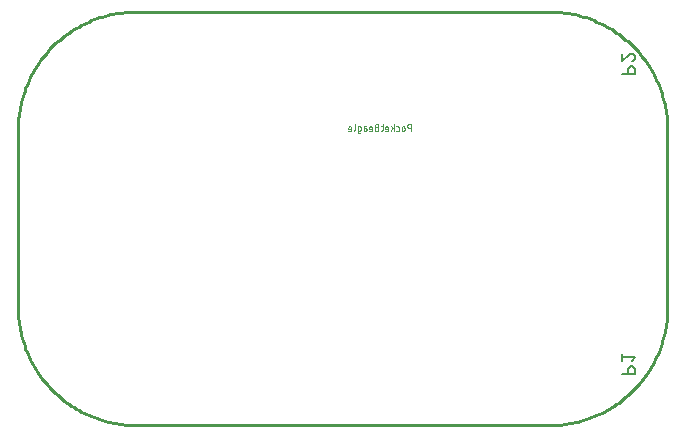
<source format=gbr>
G04 EAGLE Gerber RS-274X export*
G75*
%MOMM*%
%FSLAX34Y34*%
%LPD*%
%INSilkscreen Bottom*%
%IPPOS*%
%AMOC8*
5,1,8,0,0,1.08239X$1,22.5*%
G01*
%ADD10C,0.254000*%
%ADD11C,0.152400*%
%ADD12C,0.050800*%


D10*
X-1248830Y-2343670D02*
X-898830Y-2343670D01*
X-896414Y-2343699D01*
X-893999Y-2343787D01*
X-891587Y-2343933D01*
X-889179Y-2344137D01*
X-886776Y-2344399D01*
X-884381Y-2344719D01*
X-881994Y-2345097D01*
X-879617Y-2345533D01*
X-877252Y-2346026D01*
X-874898Y-2346576D01*
X-872559Y-2347182D01*
X-870235Y-2347845D01*
X-867928Y-2348564D01*
X-865639Y-2349339D01*
X-863370Y-2350168D01*
X-861121Y-2351053D01*
X-858894Y-2351991D01*
X-856690Y-2352983D01*
X-854511Y-2354027D01*
X-852358Y-2355124D01*
X-850232Y-2356273D01*
X-848134Y-2357473D01*
X-846066Y-2358723D01*
X-844029Y-2360023D01*
X-842024Y-2361372D01*
X-840051Y-2362768D01*
X-838114Y-2364212D01*
X-836211Y-2365703D01*
X-834346Y-2367238D01*
X-832518Y-2368819D01*
X-830728Y-2370443D01*
X-828979Y-2372110D01*
X-827270Y-2373819D01*
X-825603Y-2375568D01*
X-823979Y-2377358D01*
X-822398Y-2379186D01*
X-820863Y-2381051D01*
X-819372Y-2382954D01*
X-817928Y-2384891D01*
X-816532Y-2386864D01*
X-815183Y-2388869D01*
X-813883Y-2390906D01*
X-812633Y-2392974D01*
X-811433Y-2395072D01*
X-810284Y-2397198D01*
X-809187Y-2399351D01*
X-808143Y-2401530D01*
X-807151Y-2403734D01*
X-806213Y-2405961D01*
X-805328Y-2408210D01*
X-804499Y-2410479D01*
X-803724Y-2412768D01*
X-803005Y-2415075D01*
X-802342Y-2417399D01*
X-801736Y-2419738D01*
X-801186Y-2422092D01*
X-800693Y-2424457D01*
X-800257Y-2426834D01*
X-799879Y-2429221D01*
X-799559Y-2431616D01*
X-799297Y-2434019D01*
X-799093Y-2436427D01*
X-798947Y-2438839D01*
X-798859Y-2441254D01*
X-798830Y-2443670D01*
X-798830Y-2593670D01*
X-798859Y-2596086D01*
X-798947Y-2598501D01*
X-799093Y-2600913D01*
X-799297Y-2603321D01*
X-799559Y-2605724D01*
X-799879Y-2608119D01*
X-800257Y-2610506D01*
X-800693Y-2612883D01*
X-801186Y-2615248D01*
X-801736Y-2617602D01*
X-802342Y-2619941D01*
X-803005Y-2622265D01*
X-803724Y-2624572D01*
X-804499Y-2626861D01*
X-805328Y-2629130D01*
X-806213Y-2631379D01*
X-807151Y-2633606D01*
X-808143Y-2635810D01*
X-809187Y-2637989D01*
X-810284Y-2640142D01*
X-811433Y-2642268D01*
X-812633Y-2644366D01*
X-813883Y-2646434D01*
X-815183Y-2648471D01*
X-816532Y-2650476D01*
X-817928Y-2652449D01*
X-819372Y-2654386D01*
X-820863Y-2656289D01*
X-822398Y-2658154D01*
X-823979Y-2659982D01*
X-825603Y-2661772D01*
X-827270Y-2663521D01*
X-828979Y-2665230D01*
X-830728Y-2666897D01*
X-832518Y-2668521D01*
X-834346Y-2670102D01*
X-836211Y-2671637D01*
X-838114Y-2673128D01*
X-840051Y-2674572D01*
X-842024Y-2675968D01*
X-844029Y-2677317D01*
X-846066Y-2678617D01*
X-848134Y-2679867D01*
X-850232Y-2681067D01*
X-852358Y-2682216D01*
X-854511Y-2683313D01*
X-856690Y-2684357D01*
X-858894Y-2685349D01*
X-861121Y-2686287D01*
X-863370Y-2687172D01*
X-865639Y-2688001D01*
X-867928Y-2688776D01*
X-870235Y-2689495D01*
X-872559Y-2690158D01*
X-874898Y-2690764D01*
X-877252Y-2691314D01*
X-879617Y-2691807D01*
X-881994Y-2692243D01*
X-884381Y-2692621D01*
X-886776Y-2692941D01*
X-889179Y-2693203D01*
X-891587Y-2693407D01*
X-893999Y-2693553D01*
X-896414Y-2693641D01*
X-898830Y-2693670D01*
X-1248830Y-2693670D01*
X-1251246Y-2693641D01*
X-1253661Y-2693553D01*
X-1256073Y-2693407D01*
X-1258481Y-2693203D01*
X-1260884Y-2692941D01*
X-1263279Y-2692621D01*
X-1265666Y-2692243D01*
X-1268043Y-2691807D01*
X-1270408Y-2691314D01*
X-1272762Y-2690764D01*
X-1275101Y-2690158D01*
X-1277425Y-2689495D01*
X-1279732Y-2688776D01*
X-1282021Y-2688001D01*
X-1284290Y-2687172D01*
X-1286539Y-2686287D01*
X-1288766Y-2685349D01*
X-1290970Y-2684357D01*
X-1293149Y-2683313D01*
X-1295302Y-2682216D01*
X-1297428Y-2681067D01*
X-1299526Y-2679867D01*
X-1301594Y-2678617D01*
X-1303631Y-2677317D01*
X-1305636Y-2675968D01*
X-1307609Y-2674572D01*
X-1309546Y-2673128D01*
X-1311449Y-2671637D01*
X-1313314Y-2670102D01*
X-1315142Y-2668521D01*
X-1316932Y-2666897D01*
X-1318681Y-2665230D01*
X-1320390Y-2663521D01*
X-1322057Y-2661772D01*
X-1323681Y-2659982D01*
X-1325262Y-2658154D01*
X-1326797Y-2656289D01*
X-1328288Y-2654386D01*
X-1329732Y-2652449D01*
X-1331128Y-2650476D01*
X-1332477Y-2648471D01*
X-1333777Y-2646434D01*
X-1335027Y-2644366D01*
X-1336227Y-2642268D01*
X-1337376Y-2640142D01*
X-1338473Y-2637989D01*
X-1339517Y-2635810D01*
X-1340509Y-2633606D01*
X-1341447Y-2631379D01*
X-1342332Y-2629130D01*
X-1343161Y-2626861D01*
X-1343936Y-2624572D01*
X-1344655Y-2622265D01*
X-1345318Y-2619941D01*
X-1345924Y-2617602D01*
X-1346474Y-2615248D01*
X-1346967Y-2612883D01*
X-1347403Y-2610506D01*
X-1347781Y-2608119D01*
X-1348101Y-2605724D01*
X-1348363Y-2603321D01*
X-1348567Y-2600913D01*
X-1348713Y-2598501D01*
X-1348801Y-2596086D01*
X-1348830Y-2593670D01*
X-1348830Y-2443670D01*
X-1348801Y-2441254D01*
X-1348713Y-2438839D01*
X-1348567Y-2436427D01*
X-1348363Y-2434019D01*
X-1348101Y-2431616D01*
X-1347781Y-2429221D01*
X-1347403Y-2426834D01*
X-1346967Y-2424457D01*
X-1346474Y-2422092D01*
X-1345924Y-2419738D01*
X-1345318Y-2417399D01*
X-1344655Y-2415075D01*
X-1343936Y-2412768D01*
X-1343161Y-2410479D01*
X-1342332Y-2408210D01*
X-1341447Y-2405961D01*
X-1340509Y-2403734D01*
X-1339517Y-2401530D01*
X-1338473Y-2399351D01*
X-1337376Y-2397198D01*
X-1336227Y-2395072D01*
X-1335027Y-2392974D01*
X-1333777Y-2390906D01*
X-1332477Y-2388869D01*
X-1331128Y-2386864D01*
X-1329732Y-2384891D01*
X-1328288Y-2382954D01*
X-1326797Y-2381051D01*
X-1325262Y-2379186D01*
X-1323681Y-2377358D01*
X-1322057Y-2375568D01*
X-1320390Y-2373819D01*
X-1318681Y-2372110D01*
X-1316932Y-2370443D01*
X-1315142Y-2368819D01*
X-1313314Y-2367238D01*
X-1311449Y-2365703D01*
X-1309546Y-2364212D01*
X-1307609Y-2362768D01*
X-1305636Y-2361372D01*
X-1303631Y-2360023D01*
X-1301594Y-2358723D01*
X-1299526Y-2357473D01*
X-1297428Y-2356273D01*
X-1295302Y-2355124D01*
X-1293149Y-2354027D01*
X-1290970Y-2352983D01*
X-1288766Y-2351991D01*
X-1286539Y-2351053D01*
X-1284290Y-2350168D01*
X-1282021Y-2349339D01*
X-1279732Y-2348564D01*
X-1277425Y-2347845D01*
X-1275101Y-2347182D01*
X-1272762Y-2346576D01*
X-1270408Y-2346026D01*
X-1268043Y-2345533D01*
X-1265666Y-2345097D01*
X-1263279Y-2344719D01*
X-1260884Y-2344399D01*
X-1258481Y-2344137D01*
X-1256073Y-2343933D01*
X-1253661Y-2343787D01*
X-1251246Y-2343699D01*
X-1248830Y-2343670D01*
D11*
X-837438Y-2650123D02*
X-826262Y-2650123D01*
X-826262Y-2647019D01*
X-826264Y-2646908D01*
X-826270Y-2646798D01*
X-826280Y-2646687D01*
X-826294Y-2646577D01*
X-826311Y-2646468D01*
X-826333Y-2646359D01*
X-826358Y-2646251D01*
X-826388Y-2646145D01*
X-826421Y-2646039D01*
X-826458Y-2645934D01*
X-826498Y-2645831D01*
X-826543Y-2645730D01*
X-826590Y-2645630D01*
X-826642Y-2645531D01*
X-826697Y-2645435D01*
X-826755Y-2645341D01*
X-826816Y-2645249D01*
X-826881Y-2645159D01*
X-826949Y-2645071D01*
X-827020Y-2644986D01*
X-827094Y-2644904D01*
X-827171Y-2644824D01*
X-827251Y-2644747D01*
X-827333Y-2644673D01*
X-827418Y-2644602D01*
X-827506Y-2644534D01*
X-827596Y-2644469D01*
X-827688Y-2644408D01*
X-827782Y-2644350D01*
X-827878Y-2644295D01*
X-827977Y-2644243D01*
X-828077Y-2644196D01*
X-828178Y-2644151D01*
X-828281Y-2644111D01*
X-828386Y-2644074D01*
X-828492Y-2644041D01*
X-828598Y-2644011D01*
X-828706Y-2643986D01*
X-828815Y-2643964D01*
X-828924Y-2643947D01*
X-829034Y-2643933D01*
X-829145Y-2643923D01*
X-829255Y-2643917D01*
X-829366Y-2643915D01*
X-829477Y-2643917D01*
X-829587Y-2643923D01*
X-829698Y-2643933D01*
X-829808Y-2643947D01*
X-829917Y-2643964D01*
X-830026Y-2643986D01*
X-830134Y-2644011D01*
X-830240Y-2644041D01*
X-830346Y-2644074D01*
X-830451Y-2644111D01*
X-830554Y-2644151D01*
X-830655Y-2644196D01*
X-830755Y-2644243D01*
X-830854Y-2644295D01*
X-830950Y-2644350D01*
X-831044Y-2644408D01*
X-831136Y-2644469D01*
X-831226Y-2644534D01*
X-831314Y-2644602D01*
X-831399Y-2644673D01*
X-831481Y-2644747D01*
X-831561Y-2644824D01*
X-831638Y-2644904D01*
X-831712Y-2644986D01*
X-831783Y-2645071D01*
X-831851Y-2645159D01*
X-831916Y-2645249D01*
X-831977Y-2645341D01*
X-832035Y-2645435D01*
X-832090Y-2645531D01*
X-832142Y-2645630D01*
X-832189Y-2645730D01*
X-832234Y-2645831D01*
X-832274Y-2645934D01*
X-832311Y-2646039D01*
X-832344Y-2646145D01*
X-832374Y-2646251D01*
X-832399Y-2646359D01*
X-832421Y-2646468D01*
X-832438Y-2646577D01*
X-832452Y-2646687D01*
X-832462Y-2646798D01*
X-832468Y-2646908D01*
X-832470Y-2647019D01*
X-832471Y-2647019D02*
X-832471Y-2650123D01*
X-828746Y-2639286D02*
X-826262Y-2636181D01*
X-837438Y-2636181D01*
X-837438Y-2633077D02*
X-837438Y-2639286D01*
X-837438Y-2396123D02*
X-826262Y-2396123D01*
X-826262Y-2393019D01*
X-826264Y-2392908D01*
X-826270Y-2392798D01*
X-826280Y-2392687D01*
X-826294Y-2392577D01*
X-826311Y-2392468D01*
X-826333Y-2392359D01*
X-826358Y-2392251D01*
X-826388Y-2392145D01*
X-826421Y-2392039D01*
X-826458Y-2391934D01*
X-826498Y-2391831D01*
X-826543Y-2391730D01*
X-826590Y-2391630D01*
X-826642Y-2391531D01*
X-826697Y-2391435D01*
X-826755Y-2391341D01*
X-826816Y-2391249D01*
X-826881Y-2391159D01*
X-826949Y-2391071D01*
X-827020Y-2390986D01*
X-827094Y-2390904D01*
X-827171Y-2390824D01*
X-827251Y-2390747D01*
X-827333Y-2390673D01*
X-827418Y-2390602D01*
X-827506Y-2390534D01*
X-827596Y-2390469D01*
X-827688Y-2390408D01*
X-827782Y-2390350D01*
X-827878Y-2390295D01*
X-827977Y-2390243D01*
X-828077Y-2390196D01*
X-828178Y-2390151D01*
X-828281Y-2390111D01*
X-828386Y-2390074D01*
X-828492Y-2390041D01*
X-828598Y-2390011D01*
X-828706Y-2389986D01*
X-828815Y-2389964D01*
X-828924Y-2389947D01*
X-829034Y-2389933D01*
X-829145Y-2389923D01*
X-829255Y-2389917D01*
X-829366Y-2389915D01*
X-829477Y-2389917D01*
X-829587Y-2389923D01*
X-829698Y-2389933D01*
X-829808Y-2389947D01*
X-829917Y-2389964D01*
X-830026Y-2389986D01*
X-830134Y-2390011D01*
X-830240Y-2390041D01*
X-830346Y-2390074D01*
X-830451Y-2390111D01*
X-830554Y-2390151D01*
X-830655Y-2390196D01*
X-830755Y-2390243D01*
X-830854Y-2390295D01*
X-830950Y-2390350D01*
X-831044Y-2390408D01*
X-831136Y-2390469D01*
X-831226Y-2390534D01*
X-831314Y-2390602D01*
X-831399Y-2390673D01*
X-831481Y-2390747D01*
X-831561Y-2390824D01*
X-831638Y-2390904D01*
X-831712Y-2390986D01*
X-831783Y-2391071D01*
X-831851Y-2391159D01*
X-831916Y-2391249D01*
X-831977Y-2391341D01*
X-832035Y-2391435D01*
X-832090Y-2391531D01*
X-832142Y-2391630D01*
X-832189Y-2391730D01*
X-832234Y-2391831D01*
X-832274Y-2391934D01*
X-832311Y-2392039D01*
X-832344Y-2392145D01*
X-832374Y-2392251D01*
X-832399Y-2392359D01*
X-832421Y-2392468D01*
X-832438Y-2392577D01*
X-832452Y-2392687D01*
X-832462Y-2392798D01*
X-832468Y-2392908D01*
X-832470Y-2393019D01*
X-832471Y-2393019D02*
X-832471Y-2396123D01*
X-826262Y-2381871D02*
X-826264Y-2381767D01*
X-826270Y-2381662D01*
X-826280Y-2381558D01*
X-826293Y-2381455D01*
X-826311Y-2381352D01*
X-826332Y-2381249D01*
X-826357Y-2381148D01*
X-826386Y-2381047D01*
X-826419Y-2380948D01*
X-826455Y-2380850D01*
X-826495Y-2380754D01*
X-826539Y-2380659D01*
X-826586Y-2380565D01*
X-826636Y-2380474D01*
X-826690Y-2380385D01*
X-826747Y-2380297D01*
X-826808Y-2380212D01*
X-826872Y-2380129D01*
X-826938Y-2380049D01*
X-827008Y-2379971D01*
X-827080Y-2379895D01*
X-827156Y-2379823D01*
X-827234Y-2379753D01*
X-827314Y-2379687D01*
X-827397Y-2379623D01*
X-827482Y-2379562D01*
X-827570Y-2379505D01*
X-827659Y-2379451D01*
X-827750Y-2379401D01*
X-827844Y-2379354D01*
X-827939Y-2379310D01*
X-828035Y-2379270D01*
X-828133Y-2379234D01*
X-828232Y-2379201D01*
X-828333Y-2379172D01*
X-828434Y-2379147D01*
X-828537Y-2379126D01*
X-828640Y-2379108D01*
X-828743Y-2379095D01*
X-828847Y-2379085D01*
X-828952Y-2379079D01*
X-829056Y-2379077D01*
X-826262Y-2381871D02*
X-826264Y-2381990D01*
X-826270Y-2382108D01*
X-826280Y-2382227D01*
X-826293Y-2382345D01*
X-826311Y-2382462D01*
X-826333Y-2382579D01*
X-826358Y-2382695D01*
X-826387Y-2382810D01*
X-826420Y-2382925D01*
X-826457Y-2383038D01*
X-826497Y-2383149D01*
X-826541Y-2383260D01*
X-826589Y-2383368D01*
X-826640Y-2383475D01*
X-826695Y-2383581D01*
X-826754Y-2383684D01*
X-826815Y-2383786D01*
X-826880Y-2383885D01*
X-826949Y-2383983D01*
X-827020Y-2384077D01*
X-827095Y-2384170D01*
X-827172Y-2384260D01*
X-827253Y-2384347D01*
X-827336Y-2384432D01*
X-827422Y-2384514D01*
X-827511Y-2384593D01*
X-827602Y-2384669D01*
X-827696Y-2384742D01*
X-827792Y-2384811D01*
X-827891Y-2384878D01*
X-827991Y-2384941D01*
X-828094Y-2385001D01*
X-828198Y-2385058D01*
X-828305Y-2385110D01*
X-828413Y-2385160D01*
X-828522Y-2385206D01*
X-828634Y-2385248D01*
X-828746Y-2385286D01*
X-831229Y-2380008D02*
X-831155Y-2379933D01*
X-831078Y-2379861D01*
X-830999Y-2379791D01*
X-830917Y-2379724D01*
X-830833Y-2379660D01*
X-830747Y-2379599D01*
X-830659Y-2379541D01*
X-830568Y-2379486D01*
X-830476Y-2379434D01*
X-830382Y-2379386D01*
X-830287Y-2379341D01*
X-830189Y-2379299D01*
X-830091Y-2379261D01*
X-829991Y-2379226D01*
X-829890Y-2379195D01*
X-829788Y-2379168D01*
X-829685Y-2379144D01*
X-829582Y-2379123D01*
X-829477Y-2379107D01*
X-829372Y-2379094D01*
X-829267Y-2379084D01*
X-829162Y-2379079D01*
X-829056Y-2379077D01*
X-831229Y-2380008D02*
X-837438Y-2385286D01*
X-837438Y-2379077D01*
D12*
X-1016254Y-2438908D02*
X-1016254Y-2444496D01*
X-1016254Y-2438908D02*
X-1017806Y-2438908D01*
X-1017883Y-2438910D01*
X-1017961Y-2438916D01*
X-1018037Y-2438925D01*
X-1018114Y-2438939D01*
X-1018189Y-2438956D01*
X-1018263Y-2438977D01*
X-1018337Y-2439002D01*
X-1018409Y-2439030D01*
X-1018479Y-2439062D01*
X-1018548Y-2439097D01*
X-1018615Y-2439136D01*
X-1018680Y-2439178D01*
X-1018743Y-2439223D01*
X-1018804Y-2439271D01*
X-1018862Y-2439322D01*
X-1018917Y-2439376D01*
X-1018970Y-2439433D01*
X-1019019Y-2439492D01*
X-1019066Y-2439554D01*
X-1019110Y-2439618D01*
X-1019150Y-2439684D01*
X-1019187Y-2439752D01*
X-1019221Y-2439822D01*
X-1019251Y-2439893D01*
X-1019277Y-2439966D01*
X-1019300Y-2440040D01*
X-1019319Y-2440115D01*
X-1019334Y-2440190D01*
X-1019346Y-2440267D01*
X-1019354Y-2440344D01*
X-1019358Y-2440421D01*
X-1019358Y-2440499D01*
X-1019354Y-2440576D01*
X-1019346Y-2440653D01*
X-1019334Y-2440730D01*
X-1019319Y-2440805D01*
X-1019300Y-2440880D01*
X-1019277Y-2440954D01*
X-1019251Y-2441027D01*
X-1019221Y-2441098D01*
X-1019187Y-2441168D01*
X-1019150Y-2441236D01*
X-1019110Y-2441302D01*
X-1019066Y-2441366D01*
X-1019019Y-2441428D01*
X-1018970Y-2441487D01*
X-1018917Y-2441544D01*
X-1018862Y-2441598D01*
X-1018804Y-2441649D01*
X-1018743Y-2441697D01*
X-1018680Y-2441742D01*
X-1018615Y-2441784D01*
X-1018548Y-2441823D01*
X-1018479Y-2441858D01*
X-1018409Y-2441890D01*
X-1018337Y-2441918D01*
X-1018263Y-2441943D01*
X-1018189Y-2441964D01*
X-1018114Y-2441981D01*
X-1018037Y-2441995D01*
X-1017961Y-2442004D01*
X-1017883Y-2442010D01*
X-1017806Y-2442012D01*
X-1016254Y-2442012D01*
X-1021419Y-2442012D02*
X-1021419Y-2443254D01*
X-1021419Y-2442012D02*
X-1021421Y-2441942D01*
X-1021427Y-2441873D01*
X-1021437Y-2441804D01*
X-1021450Y-2441736D01*
X-1021468Y-2441668D01*
X-1021489Y-2441602D01*
X-1021514Y-2441537D01*
X-1021542Y-2441473D01*
X-1021574Y-2441411D01*
X-1021609Y-2441351D01*
X-1021648Y-2441293D01*
X-1021690Y-2441238D01*
X-1021735Y-2441184D01*
X-1021783Y-2441134D01*
X-1021833Y-2441086D01*
X-1021887Y-2441041D01*
X-1021942Y-2440999D01*
X-1022000Y-2440960D01*
X-1022060Y-2440925D01*
X-1022122Y-2440893D01*
X-1022186Y-2440865D01*
X-1022251Y-2440840D01*
X-1022317Y-2440819D01*
X-1022385Y-2440801D01*
X-1022453Y-2440788D01*
X-1022522Y-2440778D01*
X-1022591Y-2440772D01*
X-1022661Y-2440770D01*
X-1022731Y-2440772D01*
X-1022800Y-2440778D01*
X-1022869Y-2440788D01*
X-1022937Y-2440801D01*
X-1023005Y-2440819D01*
X-1023071Y-2440840D01*
X-1023136Y-2440865D01*
X-1023200Y-2440893D01*
X-1023262Y-2440925D01*
X-1023322Y-2440960D01*
X-1023380Y-2440999D01*
X-1023435Y-2441041D01*
X-1023489Y-2441086D01*
X-1023539Y-2441134D01*
X-1023587Y-2441184D01*
X-1023632Y-2441238D01*
X-1023674Y-2441293D01*
X-1023713Y-2441351D01*
X-1023748Y-2441411D01*
X-1023780Y-2441473D01*
X-1023808Y-2441537D01*
X-1023833Y-2441602D01*
X-1023854Y-2441668D01*
X-1023872Y-2441736D01*
X-1023885Y-2441804D01*
X-1023895Y-2441873D01*
X-1023901Y-2441942D01*
X-1023903Y-2442012D01*
X-1023903Y-2443254D01*
X-1023901Y-2443324D01*
X-1023895Y-2443393D01*
X-1023885Y-2443462D01*
X-1023872Y-2443530D01*
X-1023854Y-2443598D01*
X-1023833Y-2443664D01*
X-1023808Y-2443729D01*
X-1023780Y-2443793D01*
X-1023748Y-2443855D01*
X-1023713Y-2443915D01*
X-1023674Y-2443973D01*
X-1023632Y-2444028D01*
X-1023587Y-2444082D01*
X-1023539Y-2444132D01*
X-1023489Y-2444180D01*
X-1023435Y-2444225D01*
X-1023380Y-2444267D01*
X-1023322Y-2444306D01*
X-1023262Y-2444341D01*
X-1023200Y-2444373D01*
X-1023136Y-2444401D01*
X-1023071Y-2444426D01*
X-1023005Y-2444447D01*
X-1022937Y-2444465D01*
X-1022869Y-2444478D01*
X-1022800Y-2444488D01*
X-1022731Y-2444494D01*
X-1022661Y-2444496D01*
X-1022591Y-2444494D01*
X-1022522Y-2444488D01*
X-1022453Y-2444478D01*
X-1022385Y-2444465D01*
X-1022317Y-2444447D01*
X-1022251Y-2444426D01*
X-1022186Y-2444401D01*
X-1022122Y-2444373D01*
X-1022060Y-2444341D01*
X-1022000Y-2444306D01*
X-1021942Y-2444267D01*
X-1021887Y-2444225D01*
X-1021833Y-2444180D01*
X-1021783Y-2444132D01*
X-1021735Y-2444082D01*
X-1021690Y-2444028D01*
X-1021648Y-2443973D01*
X-1021609Y-2443915D01*
X-1021574Y-2443855D01*
X-1021542Y-2443793D01*
X-1021514Y-2443729D01*
X-1021489Y-2443664D01*
X-1021468Y-2443598D01*
X-1021450Y-2443530D01*
X-1021437Y-2443462D01*
X-1021427Y-2443393D01*
X-1021421Y-2443324D01*
X-1021419Y-2443254D01*
X-1027112Y-2444496D02*
X-1028354Y-2444496D01*
X-1027112Y-2444496D02*
X-1027054Y-2444494D01*
X-1026995Y-2444489D01*
X-1026938Y-2444480D01*
X-1026880Y-2444467D01*
X-1026824Y-2444450D01*
X-1026769Y-2444431D01*
X-1026716Y-2444407D01*
X-1026663Y-2444381D01*
X-1026613Y-2444351D01*
X-1026565Y-2444318D01*
X-1026519Y-2444282D01*
X-1026475Y-2444244D01*
X-1026433Y-2444202D01*
X-1026395Y-2444158D01*
X-1026359Y-2444112D01*
X-1026326Y-2444064D01*
X-1026296Y-2444014D01*
X-1026270Y-2443961D01*
X-1026246Y-2443908D01*
X-1026227Y-2443853D01*
X-1026210Y-2443797D01*
X-1026197Y-2443739D01*
X-1026188Y-2443682D01*
X-1026183Y-2443623D01*
X-1026181Y-2443565D01*
X-1026181Y-2441702D01*
X-1026183Y-2441644D01*
X-1026188Y-2441585D01*
X-1026197Y-2441528D01*
X-1026210Y-2441470D01*
X-1026227Y-2441414D01*
X-1026246Y-2441359D01*
X-1026270Y-2441306D01*
X-1026296Y-2441253D01*
X-1026326Y-2441203D01*
X-1026359Y-2441155D01*
X-1026395Y-2441109D01*
X-1026433Y-2441065D01*
X-1026475Y-2441023D01*
X-1026519Y-2440985D01*
X-1026565Y-2440949D01*
X-1026613Y-2440916D01*
X-1026663Y-2440886D01*
X-1026716Y-2440860D01*
X-1026769Y-2440836D01*
X-1026824Y-2440817D01*
X-1026880Y-2440800D01*
X-1026938Y-2440787D01*
X-1026995Y-2440778D01*
X-1027054Y-2440773D01*
X-1027112Y-2440771D01*
X-1028354Y-2440771D01*
X-1030629Y-2438908D02*
X-1030629Y-2444496D01*
X-1030629Y-2442633D02*
X-1033113Y-2440771D01*
X-1031716Y-2441857D02*
X-1033113Y-2444496D01*
X-1036066Y-2444496D02*
X-1037619Y-2444496D01*
X-1036066Y-2444496D02*
X-1036008Y-2444494D01*
X-1035949Y-2444489D01*
X-1035892Y-2444480D01*
X-1035834Y-2444467D01*
X-1035778Y-2444450D01*
X-1035723Y-2444431D01*
X-1035670Y-2444407D01*
X-1035617Y-2444381D01*
X-1035567Y-2444351D01*
X-1035519Y-2444318D01*
X-1035473Y-2444282D01*
X-1035429Y-2444244D01*
X-1035387Y-2444202D01*
X-1035349Y-2444158D01*
X-1035313Y-2444112D01*
X-1035280Y-2444064D01*
X-1035250Y-2444014D01*
X-1035224Y-2443961D01*
X-1035200Y-2443908D01*
X-1035181Y-2443853D01*
X-1035164Y-2443797D01*
X-1035151Y-2443739D01*
X-1035142Y-2443682D01*
X-1035137Y-2443623D01*
X-1035135Y-2443565D01*
X-1035135Y-2442012D01*
X-1035137Y-2441942D01*
X-1035143Y-2441873D01*
X-1035153Y-2441804D01*
X-1035166Y-2441736D01*
X-1035184Y-2441668D01*
X-1035205Y-2441602D01*
X-1035230Y-2441537D01*
X-1035258Y-2441473D01*
X-1035290Y-2441411D01*
X-1035325Y-2441351D01*
X-1035364Y-2441293D01*
X-1035406Y-2441238D01*
X-1035451Y-2441184D01*
X-1035499Y-2441134D01*
X-1035549Y-2441086D01*
X-1035603Y-2441041D01*
X-1035658Y-2440999D01*
X-1035716Y-2440960D01*
X-1035776Y-2440925D01*
X-1035838Y-2440893D01*
X-1035902Y-2440865D01*
X-1035967Y-2440840D01*
X-1036033Y-2440819D01*
X-1036101Y-2440801D01*
X-1036169Y-2440788D01*
X-1036238Y-2440778D01*
X-1036307Y-2440772D01*
X-1036377Y-2440770D01*
X-1036447Y-2440772D01*
X-1036516Y-2440778D01*
X-1036585Y-2440788D01*
X-1036653Y-2440801D01*
X-1036721Y-2440819D01*
X-1036787Y-2440840D01*
X-1036852Y-2440865D01*
X-1036916Y-2440893D01*
X-1036978Y-2440925D01*
X-1037038Y-2440960D01*
X-1037096Y-2440999D01*
X-1037151Y-2441041D01*
X-1037205Y-2441086D01*
X-1037255Y-2441134D01*
X-1037303Y-2441184D01*
X-1037348Y-2441238D01*
X-1037390Y-2441293D01*
X-1037429Y-2441351D01*
X-1037464Y-2441411D01*
X-1037496Y-2441473D01*
X-1037524Y-2441537D01*
X-1037549Y-2441602D01*
X-1037570Y-2441668D01*
X-1037588Y-2441736D01*
X-1037601Y-2441804D01*
X-1037611Y-2441873D01*
X-1037617Y-2441942D01*
X-1037619Y-2442012D01*
X-1037619Y-2442633D01*
X-1035135Y-2442633D01*
X-1039424Y-2440771D02*
X-1041286Y-2440771D01*
X-1040044Y-2438908D02*
X-1040044Y-2443565D01*
X-1040045Y-2443565D02*
X-1040047Y-2443623D01*
X-1040052Y-2443682D01*
X-1040061Y-2443739D01*
X-1040074Y-2443797D01*
X-1040091Y-2443853D01*
X-1040110Y-2443908D01*
X-1040134Y-2443961D01*
X-1040160Y-2444014D01*
X-1040190Y-2444064D01*
X-1040223Y-2444112D01*
X-1040259Y-2444158D01*
X-1040297Y-2444202D01*
X-1040339Y-2444244D01*
X-1040383Y-2444282D01*
X-1040429Y-2444318D01*
X-1040477Y-2444351D01*
X-1040528Y-2444381D01*
X-1040580Y-2444407D01*
X-1040633Y-2444431D01*
X-1040688Y-2444450D01*
X-1040744Y-2444467D01*
X-1040802Y-2444480D01*
X-1040859Y-2444489D01*
X-1040918Y-2444494D01*
X-1040976Y-2444496D01*
X-1041286Y-2444496D01*
X-1043686Y-2441392D02*
X-1045238Y-2441392D01*
X-1045315Y-2441394D01*
X-1045393Y-2441400D01*
X-1045469Y-2441409D01*
X-1045546Y-2441423D01*
X-1045621Y-2441440D01*
X-1045695Y-2441461D01*
X-1045769Y-2441486D01*
X-1045841Y-2441514D01*
X-1045911Y-2441546D01*
X-1045980Y-2441581D01*
X-1046047Y-2441620D01*
X-1046112Y-2441662D01*
X-1046175Y-2441707D01*
X-1046236Y-2441755D01*
X-1046294Y-2441806D01*
X-1046349Y-2441860D01*
X-1046402Y-2441917D01*
X-1046451Y-2441976D01*
X-1046498Y-2442038D01*
X-1046542Y-2442102D01*
X-1046582Y-2442168D01*
X-1046619Y-2442236D01*
X-1046653Y-2442306D01*
X-1046683Y-2442377D01*
X-1046709Y-2442450D01*
X-1046732Y-2442524D01*
X-1046751Y-2442599D01*
X-1046766Y-2442674D01*
X-1046778Y-2442751D01*
X-1046786Y-2442828D01*
X-1046790Y-2442905D01*
X-1046790Y-2442983D01*
X-1046786Y-2443060D01*
X-1046778Y-2443137D01*
X-1046766Y-2443214D01*
X-1046751Y-2443289D01*
X-1046732Y-2443364D01*
X-1046709Y-2443438D01*
X-1046683Y-2443511D01*
X-1046653Y-2443582D01*
X-1046619Y-2443652D01*
X-1046582Y-2443720D01*
X-1046542Y-2443786D01*
X-1046498Y-2443850D01*
X-1046451Y-2443912D01*
X-1046402Y-2443971D01*
X-1046349Y-2444028D01*
X-1046294Y-2444082D01*
X-1046236Y-2444133D01*
X-1046175Y-2444181D01*
X-1046112Y-2444226D01*
X-1046047Y-2444268D01*
X-1045980Y-2444307D01*
X-1045911Y-2444342D01*
X-1045841Y-2444374D01*
X-1045769Y-2444402D01*
X-1045695Y-2444427D01*
X-1045621Y-2444448D01*
X-1045546Y-2444465D01*
X-1045469Y-2444479D01*
X-1045393Y-2444488D01*
X-1045315Y-2444494D01*
X-1045238Y-2444496D01*
X-1043686Y-2444496D01*
X-1043686Y-2438908D01*
X-1045238Y-2438908D01*
X-1045308Y-2438910D01*
X-1045377Y-2438916D01*
X-1045446Y-2438926D01*
X-1045514Y-2438939D01*
X-1045582Y-2438957D01*
X-1045648Y-2438978D01*
X-1045713Y-2439003D01*
X-1045777Y-2439031D01*
X-1045839Y-2439063D01*
X-1045899Y-2439098D01*
X-1045957Y-2439137D01*
X-1046012Y-2439179D01*
X-1046066Y-2439224D01*
X-1046116Y-2439272D01*
X-1046164Y-2439322D01*
X-1046209Y-2439376D01*
X-1046251Y-2439431D01*
X-1046290Y-2439489D01*
X-1046325Y-2439549D01*
X-1046357Y-2439611D01*
X-1046385Y-2439675D01*
X-1046410Y-2439740D01*
X-1046431Y-2439806D01*
X-1046449Y-2439874D01*
X-1046462Y-2439942D01*
X-1046472Y-2440011D01*
X-1046478Y-2440080D01*
X-1046480Y-2440150D01*
X-1046478Y-2440220D01*
X-1046472Y-2440289D01*
X-1046462Y-2440358D01*
X-1046449Y-2440426D01*
X-1046431Y-2440494D01*
X-1046410Y-2440560D01*
X-1046385Y-2440625D01*
X-1046357Y-2440689D01*
X-1046325Y-2440751D01*
X-1046290Y-2440811D01*
X-1046251Y-2440869D01*
X-1046209Y-2440924D01*
X-1046164Y-2440978D01*
X-1046116Y-2441028D01*
X-1046066Y-2441076D01*
X-1046012Y-2441121D01*
X-1045957Y-2441163D01*
X-1045899Y-2441202D01*
X-1045839Y-2441237D01*
X-1045777Y-2441269D01*
X-1045713Y-2441297D01*
X-1045648Y-2441322D01*
X-1045582Y-2441343D01*
X-1045514Y-2441361D01*
X-1045446Y-2441374D01*
X-1045377Y-2441384D01*
X-1045308Y-2441390D01*
X-1045238Y-2441392D01*
X-1049782Y-2444496D02*
X-1051334Y-2444496D01*
X-1049782Y-2444496D02*
X-1049724Y-2444494D01*
X-1049665Y-2444489D01*
X-1049608Y-2444480D01*
X-1049550Y-2444467D01*
X-1049494Y-2444450D01*
X-1049439Y-2444431D01*
X-1049386Y-2444407D01*
X-1049333Y-2444381D01*
X-1049283Y-2444351D01*
X-1049235Y-2444318D01*
X-1049189Y-2444282D01*
X-1049145Y-2444244D01*
X-1049103Y-2444202D01*
X-1049065Y-2444158D01*
X-1049029Y-2444112D01*
X-1048996Y-2444064D01*
X-1048966Y-2444014D01*
X-1048940Y-2443961D01*
X-1048916Y-2443908D01*
X-1048897Y-2443853D01*
X-1048880Y-2443797D01*
X-1048867Y-2443739D01*
X-1048858Y-2443682D01*
X-1048853Y-2443623D01*
X-1048851Y-2443565D01*
X-1048851Y-2442012D01*
X-1048853Y-2441942D01*
X-1048859Y-2441873D01*
X-1048869Y-2441804D01*
X-1048882Y-2441736D01*
X-1048900Y-2441668D01*
X-1048921Y-2441602D01*
X-1048946Y-2441537D01*
X-1048974Y-2441473D01*
X-1049006Y-2441411D01*
X-1049041Y-2441351D01*
X-1049080Y-2441293D01*
X-1049122Y-2441238D01*
X-1049167Y-2441184D01*
X-1049215Y-2441134D01*
X-1049265Y-2441086D01*
X-1049319Y-2441041D01*
X-1049374Y-2440999D01*
X-1049432Y-2440960D01*
X-1049492Y-2440925D01*
X-1049554Y-2440893D01*
X-1049618Y-2440865D01*
X-1049683Y-2440840D01*
X-1049749Y-2440819D01*
X-1049817Y-2440801D01*
X-1049885Y-2440788D01*
X-1049954Y-2440778D01*
X-1050023Y-2440772D01*
X-1050093Y-2440770D01*
X-1050163Y-2440772D01*
X-1050232Y-2440778D01*
X-1050301Y-2440788D01*
X-1050369Y-2440801D01*
X-1050437Y-2440819D01*
X-1050503Y-2440840D01*
X-1050568Y-2440865D01*
X-1050632Y-2440893D01*
X-1050694Y-2440925D01*
X-1050754Y-2440960D01*
X-1050812Y-2440999D01*
X-1050867Y-2441041D01*
X-1050921Y-2441086D01*
X-1050971Y-2441134D01*
X-1051019Y-2441184D01*
X-1051064Y-2441238D01*
X-1051106Y-2441293D01*
X-1051145Y-2441351D01*
X-1051180Y-2441411D01*
X-1051212Y-2441473D01*
X-1051240Y-2441537D01*
X-1051265Y-2441602D01*
X-1051286Y-2441668D01*
X-1051304Y-2441736D01*
X-1051317Y-2441804D01*
X-1051327Y-2441873D01*
X-1051333Y-2441942D01*
X-1051335Y-2442012D01*
X-1051334Y-2442012D02*
X-1051334Y-2442633D01*
X-1048851Y-2442633D01*
X-1054663Y-2442323D02*
X-1056060Y-2442323D01*
X-1054663Y-2442322D02*
X-1054599Y-2442324D01*
X-1054534Y-2442330D01*
X-1054471Y-2442339D01*
X-1054408Y-2442352D01*
X-1054346Y-2442369D01*
X-1054285Y-2442390D01*
X-1054225Y-2442414D01*
X-1054167Y-2442442D01*
X-1054110Y-2442473D01*
X-1054056Y-2442507D01*
X-1054003Y-2442545D01*
X-1053953Y-2442586D01*
X-1053906Y-2442629D01*
X-1053861Y-2442675D01*
X-1053819Y-2442724D01*
X-1053780Y-2442775D01*
X-1053744Y-2442829D01*
X-1053711Y-2442884D01*
X-1053682Y-2442942D01*
X-1053656Y-2443000D01*
X-1053633Y-2443061D01*
X-1053614Y-2443122D01*
X-1053599Y-2443185D01*
X-1053588Y-2443249D01*
X-1053580Y-2443312D01*
X-1053576Y-2443377D01*
X-1053576Y-2443441D01*
X-1053580Y-2443506D01*
X-1053588Y-2443569D01*
X-1053599Y-2443633D01*
X-1053614Y-2443696D01*
X-1053633Y-2443757D01*
X-1053656Y-2443818D01*
X-1053682Y-2443876D01*
X-1053711Y-2443934D01*
X-1053744Y-2443989D01*
X-1053780Y-2444043D01*
X-1053819Y-2444094D01*
X-1053861Y-2444143D01*
X-1053906Y-2444189D01*
X-1053953Y-2444232D01*
X-1054003Y-2444273D01*
X-1054056Y-2444311D01*
X-1054110Y-2444345D01*
X-1054167Y-2444376D01*
X-1054225Y-2444404D01*
X-1054285Y-2444428D01*
X-1054346Y-2444449D01*
X-1054408Y-2444466D01*
X-1054471Y-2444479D01*
X-1054534Y-2444488D01*
X-1054599Y-2444494D01*
X-1054663Y-2444496D01*
X-1056060Y-2444496D01*
X-1056060Y-2441702D01*
X-1056058Y-2441644D01*
X-1056053Y-2441585D01*
X-1056044Y-2441528D01*
X-1056031Y-2441470D01*
X-1056014Y-2441414D01*
X-1055995Y-2441359D01*
X-1055971Y-2441306D01*
X-1055945Y-2441253D01*
X-1055915Y-2441203D01*
X-1055882Y-2441155D01*
X-1055846Y-2441109D01*
X-1055808Y-2441065D01*
X-1055766Y-2441023D01*
X-1055722Y-2440985D01*
X-1055676Y-2440949D01*
X-1055628Y-2440916D01*
X-1055578Y-2440886D01*
X-1055525Y-2440860D01*
X-1055472Y-2440836D01*
X-1055417Y-2440817D01*
X-1055361Y-2440800D01*
X-1055303Y-2440787D01*
X-1055246Y-2440778D01*
X-1055187Y-2440773D01*
X-1055129Y-2440771D01*
X-1053887Y-2440771D01*
X-1059446Y-2444496D02*
X-1060998Y-2444496D01*
X-1059446Y-2444496D02*
X-1059388Y-2444494D01*
X-1059329Y-2444489D01*
X-1059272Y-2444480D01*
X-1059214Y-2444467D01*
X-1059158Y-2444450D01*
X-1059103Y-2444431D01*
X-1059050Y-2444407D01*
X-1058997Y-2444381D01*
X-1058947Y-2444351D01*
X-1058899Y-2444318D01*
X-1058853Y-2444282D01*
X-1058809Y-2444244D01*
X-1058767Y-2444202D01*
X-1058729Y-2444158D01*
X-1058693Y-2444112D01*
X-1058660Y-2444064D01*
X-1058630Y-2444014D01*
X-1058604Y-2443961D01*
X-1058580Y-2443908D01*
X-1058561Y-2443853D01*
X-1058544Y-2443797D01*
X-1058531Y-2443739D01*
X-1058522Y-2443682D01*
X-1058517Y-2443623D01*
X-1058515Y-2443565D01*
X-1058515Y-2441702D01*
X-1058517Y-2441644D01*
X-1058522Y-2441585D01*
X-1058531Y-2441528D01*
X-1058544Y-2441470D01*
X-1058561Y-2441414D01*
X-1058580Y-2441359D01*
X-1058604Y-2441306D01*
X-1058630Y-2441253D01*
X-1058660Y-2441203D01*
X-1058693Y-2441155D01*
X-1058729Y-2441109D01*
X-1058767Y-2441065D01*
X-1058809Y-2441023D01*
X-1058853Y-2440985D01*
X-1058899Y-2440949D01*
X-1058947Y-2440916D01*
X-1058997Y-2440886D01*
X-1059050Y-2440860D01*
X-1059103Y-2440836D01*
X-1059158Y-2440817D01*
X-1059214Y-2440800D01*
X-1059272Y-2440787D01*
X-1059329Y-2440778D01*
X-1059388Y-2440773D01*
X-1059446Y-2440771D01*
X-1060998Y-2440771D01*
X-1060998Y-2445427D01*
X-1060996Y-2445485D01*
X-1060991Y-2445544D01*
X-1060982Y-2445601D01*
X-1060969Y-2445659D01*
X-1060952Y-2445715D01*
X-1060933Y-2445770D01*
X-1060909Y-2445823D01*
X-1060883Y-2445876D01*
X-1060853Y-2445926D01*
X-1060820Y-2445974D01*
X-1060784Y-2446020D01*
X-1060746Y-2446064D01*
X-1060704Y-2446106D01*
X-1060660Y-2446144D01*
X-1060614Y-2446180D01*
X-1060566Y-2446213D01*
X-1060516Y-2446243D01*
X-1060463Y-2446269D01*
X-1060410Y-2446293D01*
X-1060355Y-2446312D01*
X-1060299Y-2446329D01*
X-1060241Y-2446342D01*
X-1060184Y-2446351D01*
X-1060125Y-2446356D01*
X-1060067Y-2446358D01*
X-1060067Y-2446359D02*
X-1058825Y-2446359D01*
X-1063551Y-2443565D02*
X-1063551Y-2438908D01*
X-1063551Y-2443565D02*
X-1063553Y-2443623D01*
X-1063558Y-2443682D01*
X-1063567Y-2443739D01*
X-1063580Y-2443797D01*
X-1063597Y-2443853D01*
X-1063616Y-2443908D01*
X-1063640Y-2443961D01*
X-1063666Y-2444014D01*
X-1063696Y-2444064D01*
X-1063729Y-2444112D01*
X-1063765Y-2444158D01*
X-1063803Y-2444202D01*
X-1063845Y-2444244D01*
X-1063889Y-2444282D01*
X-1063935Y-2444318D01*
X-1063983Y-2444351D01*
X-1064033Y-2444381D01*
X-1064086Y-2444407D01*
X-1064139Y-2444431D01*
X-1064194Y-2444450D01*
X-1064250Y-2444467D01*
X-1064308Y-2444480D01*
X-1064365Y-2444489D01*
X-1064424Y-2444494D01*
X-1064482Y-2444496D01*
X-1067339Y-2444496D02*
X-1068891Y-2444496D01*
X-1067339Y-2444496D02*
X-1067281Y-2444494D01*
X-1067222Y-2444489D01*
X-1067165Y-2444480D01*
X-1067107Y-2444467D01*
X-1067051Y-2444450D01*
X-1066996Y-2444431D01*
X-1066943Y-2444407D01*
X-1066890Y-2444381D01*
X-1066840Y-2444351D01*
X-1066792Y-2444318D01*
X-1066746Y-2444282D01*
X-1066702Y-2444244D01*
X-1066660Y-2444202D01*
X-1066622Y-2444158D01*
X-1066586Y-2444112D01*
X-1066553Y-2444064D01*
X-1066523Y-2444014D01*
X-1066497Y-2443961D01*
X-1066473Y-2443908D01*
X-1066454Y-2443853D01*
X-1066437Y-2443797D01*
X-1066424Y-2443739D01*
X-1066415Y-2443682D01*
X-1066410Y-2443623D01*
X-1066408Y-2443565D01*
X-1066407Y-2443565D02*
X-1066407Y-2442012D01*
X-1066409Y-2441942D01*
X-1066415Y-2441873D01*
X-1066425Y-2441804D01*
X-1066438Y-2441736D01*
X-1066456Y-2441668D01*
X-1066477Y-2441602D01*
X-1066502Y-2441537D01*
X-1066530Y-2441473D01*
X-1066562Y-2441411D01*
X-1066597Y-2441351D01*
X-1066636Y-2441293D01*
X-1066678Y-2441238D01*
X-1066723Y-2441184D01*
X-1066771Y-2441134D01*
X-1066821Y-2441086D01*
X-1066875Y-2441041D01*
X-1066930Y-2440999D01*
X-1066988Y-2440960D01*
X-1067048Y-2440925D01*
X-1067110Y-2440893D01*
X-1067174Y-2440865D01*
X-1067239Y-2440840D01*
X-1067305Y-2440819D01*
X-1067373Y-2440801D01*
X-1067441Y-2440788D01*
X-1067510Y-2440778D01*
X-1067579Y-2440772D01*
X-1067649Y-2440770D01*
X-1067719Y-2440772D01*
X-1067788Y-2440778D01*
X-1067857Y-2440788D01*
X-1067925Y-2440801D01*
X-1067993Y-2440819D01*
X-1068059Y-2440840D01*
X-1068124Y-2440865D01*
X-1068188Y-2440893D01*
X-1068250Y-2440925D01*
X-1068310Y-2440960D01*
X-1068368Y-2440999D01*
X-1068423Y-2441041D01*
X-1068477Y-2441086D01*
X-1068527Y-2441134D01*
X-1068575Y-2441184D01*
X-1068620Y-2441238D01*
X-1068662Y-2441293D01*
X-1068701Y-2441351D01*
X-1068736Y-2441411D01*
X-1068768Y-2441473D01*
X-1068796Y-2441537D01*
X-1068821Y-2441602D01*
X-1068842Y-2441668D01*
X-1068860Y-2441736D01*
X-1068873Y-2441804D01*
X-1068883Y-2441873D01*
X-1068889Y-2441942D01*
X-1068891Y-2442012D01*
X-1068891Y-2442633D01*
X-1066407Y-2442633D01*
M02*

</source>
